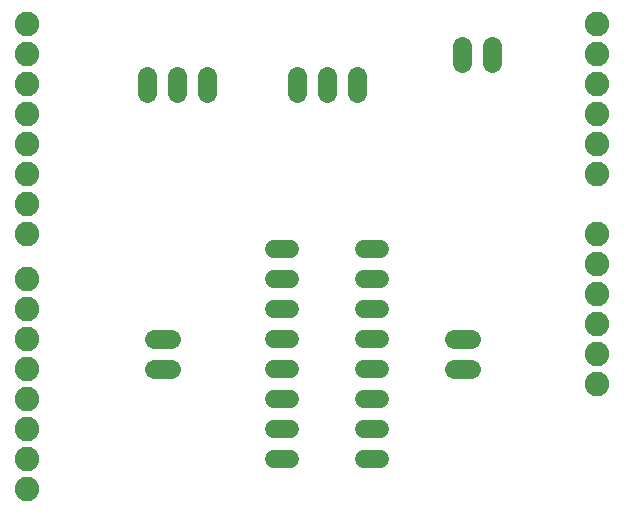
<source format=gbs>
G75*
G70*
%OFA0B0*%
%FSLAX24Y24*%
%IPPOS*%
%LPD*%
%AMOC8*
5,1,8,0,0,1.08239X$1,22.5*
%
%ADD10C,0.0820*%
%ADD11C,0.0600*%
%ADD12C,0.0640*%
D10*
X001500Y012252D03*
X001500Y013252D03*
X001500Y014252D03*
X001500Y015252D03*
X001500Y016252D03*
X001500Y017252D03*
X001500Y018252D03*
X001500Y019252D03*
X001500Y020752D03*
X001500Y021752D03*
X001500Y022752D03*
X001500Y023752D03*
X001500Y024752D03*
X001500Y025752D03*
X001500Y026752D03*
X001500Y027752D03*
X020500Y027752D03*
X020500Y026752D03*
X020500Y025752D03*
X020500Y024752D03*
X020500Y023752D03*
X020500Y022752D03*
X020500Y020752D03*
X020500Y019752D03*
X020500Y018752D03*
X020500Y017752D03*
X020500Y016752D03*
X020500Y015752D03*
D11*
X013260Y015252D02*
X012740Y015252D01*
X012740Y016252D02*
X013260Y016252D01*
X013260Y017252D02*
X012740Y017252D01*
X012740Y018252D02*
X013260Y018252D01*
X013260Y019252D02*
X012740Y019252D01*
X012740Y020252D02*
X013260Y020252D01*
X010260Y020252D02*
X009740Y020252D01*
X009740Y019252D02*
X010260Y019252D01*
X010260Y018252D02*
X009740Y018252D01*
X009740Y017252D02*
X010260Y017252D01*
X010260Y016252D02*
X009740Y016252D01*
X009740Y015252D02*
X010260Y015252D01*
X010260Y014252D02*
X009740Y014252D01*
X009740Y013252D02*
X010260Y013252D01*
X012740Y013252D02*
X013260Y013252D01*
X013260Y014252D02*
X012740Y014252D01*
D12*
X015720Y016252D02*
X016280Y016252D01*
X016280Y017252D02*
X015720Y017252D01*
X012500Y025472D02*
X012500Y026032D01*
X011500Y026032D02*
X011500Y025472D01*
X010500Y025472D02*
X010500Y026032D01*
X007500Y026032D02*
X007500Y025472D01*
X006500Y025472D02*
X006500Y026032D01*
X005500Y026032D02*
X005500Y025472D01*
X005720Y017252D02*
X006280Y017252D01*
X006280Y016252D02*
X005720Y016252D01*
X016000Y026472D02*
X016000Y027032D01*
X017000Y027032D02*
X017000Y026472D01*
M02*

</source>
